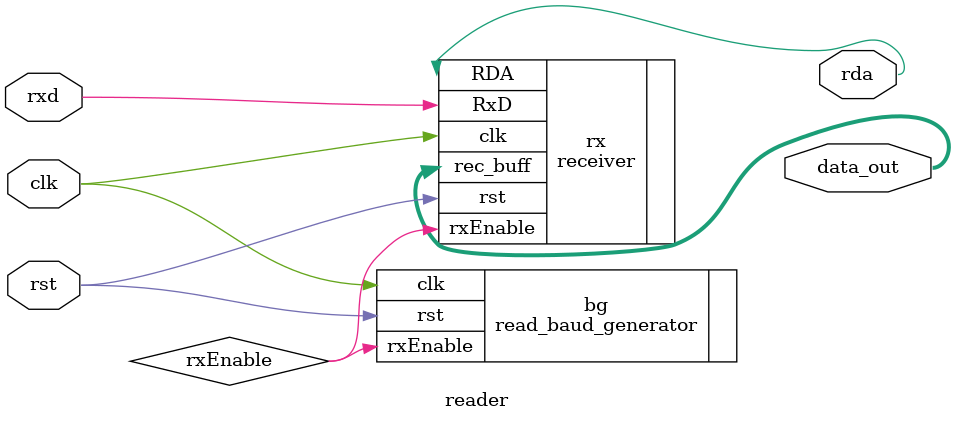
<source format=v>
module reader(
    input clk,				//system clock
    input rst,				//system reset
    output rda,				//receive data available
    output [7:0] data_out,		//data received
    input rxd				//input serial data
);

    //instantiate read_baud_generator                     
    read_baud_generator bg(.clk(clk), 
                           .rst(rst), 
                           .rxEnable(rxEnable));
                     
    //instantiating receiver  
    receiver rx(.rec_buff(data_out), 
                .RDA(rda),
                .clk(clk), 
                .rst(rst), 
                .RxD(rxd), 
                .rxEnable(rxEnable));

endmodule


</source>
